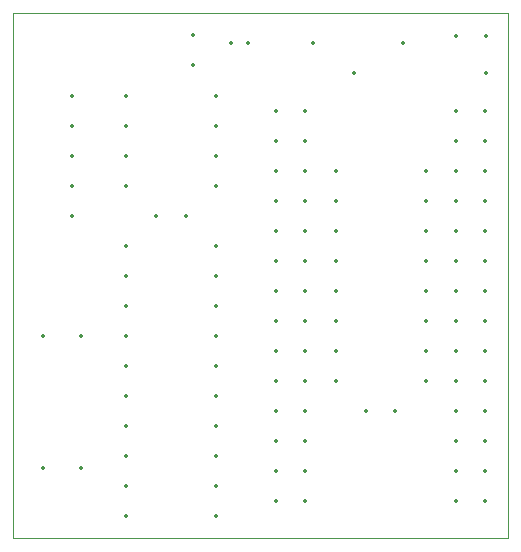
<source format=gko>
%TF.GenerationSoftware,KiCad,Pcbnew,8.0.8+1*%
%TF.CreationDate,2025-02-23T13:51:29+01:00*%
%TF.ProjectId,QL_Minerva_MK2,514c5f4d-696e-4657-9276-615f4d4b322e,0.0*%
%TF.SameCoordinates,Original*%
%TF.FileFunction,Profile,NP*%
%FSLAX46Y46*%
G04 Gerber Fmt 4.6, Leading zero omitted, Abs format (unit mm)*
G04 Created by KiCad (PCBNEW 8.0.8+1) date 2025-02-23 13:51:29*
%MOMM*%
%LPD*%
G01*
G04 APERTURE LIST*
%TA.AperFunction,Profile*%
%ADD10C,0.100000*%
%TD*%
%ADD11C,0.350000*%
G04 APERTURE END LIST*
D10*
X57150000Y-56515000D02*
X99060000Y-56515000D01*
X99060000Y-100965000D01*
X57150000Y-100965000D01*
X57150000Y-56515000D01*
D11*
X82550000Y-59055000D03*
X90170000Y-59055000D03*
X71755000Y-73660000D03*
X69255000Y-73660000D03*
X72390000Y-58390000D03*
X72390000Y-60930000D03*
X66675000Y-76200000D03*
X66675000Y-78740000D03*
X66675000Y-81280000D03*
X66675000Y-83820000D03*
X66675000Y-86360000D03*
X66675000Y-88900000D03*
X66675000Y-91440000D03*
X66675000Y-93980000D03*
X66675000Y-96520000D03*
X66675000Y-99060000D03*
X74295000Y-99060000D03*
X74295000Y-96520000D03*
X74295000Y-93980000D03*
X74295000Y-91440000D03*
X74295000Y-88900000D03*
X74295000Y-86360000D03*
X74295000Y-83820000D03*
X74295000Y-81280000D03*
X74295000Y-78740000D03*
X74295000Y-76200000D03*
X62160000Y-73655000D03*
X62160000Y-71115000D03*
X62160000Y-68575000D03*
X62160000Y-66035000D03*
X62160000Y-63495000D03*
X81910000Y-64780000D03*
X81910000Y-67320000D03*
X81910000Y-69860000D03*
X81910000Y-72400000D03*
X81910000Y-74940000D03*
X81910000Y-77480000D03*
X81910000Y-80020000D03*
X81910000Y-82560000D03*
X81910000Y-85100000D03*
X81910000Y-87640000D03*
X81910000Y-90180000D03*
X81910000Y-92720000D03*
X81910000Y-95260000D03*
X81910000Y-97800000D03*
X97150000Y-97800000D03*
X97150000Y-95260000D03*
X97150000Y-92720000D03*
X97150000Y-90180000D03*
X97150000Y-87640000D03*
X97150000Y-85100000D03*
X97150000Y-82560000D03*
X97150000Y-80020000D03*
X97150000Y-77480000D03*
X97150000Y-74940000D03*
X97150000Y-72400000D03*
X97150000Y-69860000D03*
X97150000Y-67320000D03*
X97150000Y-64780000D03*
X84455000Y-69850000D03*
X84455000Y-72390000D03*
X84455000Y-74930000D03*
X84455000Y-77470000D03*
X84455000Y-80010000D03*
X84455000Y-82550000D03*
X84455000Y-85090000D03*
X84455000Y-87630000D03*
X92075000Y-87630000D03*
X92075000Y-85090000D03*
X92075000Y-82550000D03*
X92075000Y-80010000D03*
X92075000Y-77470000D03*
X92075000Y-74930000D03*
X92075000Y-72390000D03*
X92075000Y-69850000D03*
X94615000Y-58420000D03*
X97155000Y-58420000D03*
X66685000Y-63510000D03*
X66685000Y-66050000D03*
X66685000Y-68590000D03*
X66685000Y-71130000D03*
X74305000Y-71130000D03*
X74305000Y-68590000D03*
X74305000Y-66050000D03*
X74305000Y-63510000D03*
X79375000Y-64770000D03*
X79375000Y-67310000D03*
X79375000Y-69850000D03*
X79375000Y-72390000D03*
X79375000Y-74930000D03*
X79375000Y-77470000D03*
X79375000Y-80010000D03*
X79375000Y-82550000D03*
X79375000Y-85090000D03*
X79375000Y-87630000D03*
X79375000Y-90170000D03*
X79375000Y-92710000D03*
X79375000Y-95250000D03*
X79375000Y-97790000D03*
X94615000Y-97790000D03*
X94615000Y-95250000D03*
X94615000Y-92710000D03*
X94615000Y-90170000D03*
X94615000Y-87630000D03*
X94615000Y-85090000D03*
X94615000Y-82550000D03*
X94615000Y-80010000D03*
X94615000Y-77470000D03*
X94615000Y-74930000D03*
X94615000Y-72390000D03*
X94615000Y-69850000D03*
X94615000Y-67310000D03*
X94615000Y-64770000D03*
X59690000Y-94996000D03*
X59690000Y-83820000D03*
X89515000Y-90170000D03*
X87015000Y-90170000D03*
X62865000Y-94996000D03*
X62865000Y-83820000D03*
X77065000Y-59055000D03*
X75565000Y-59055000D03*
X85979000Y-61595000D03*
X97155000Y-61595000D03*
M02*

</source>
